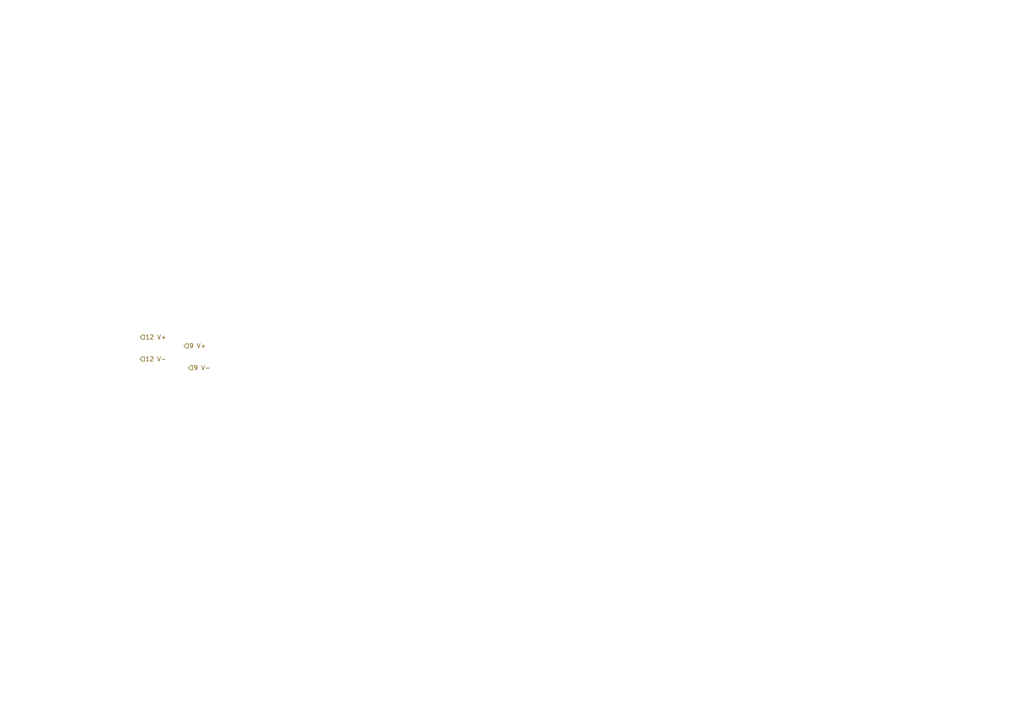
<source format=kicad_sch>
(kicad_sch
	(version 20250114)
	(generator "eeschema")
	(generator_version "9.0")
	(uuid "4ab26add-6de2-4b00-9b1f-fd46971d716c")
	(paper "A4")
	(lib_symbols)
	(hierarchical_label "12 V+"
		(shape input)
		(at 40.64 97.79 0)
		(effects
			(font
				(size 1.27 1.27)
			)
			(justify left)
		)
		(uuid "11a42135-f49a-4b39-bc74-2ba7142701e6")
	)
	(hierarchical_label "9 V-"
		(shape input)
		(at 54.61 106.68 0)
		(effects
			(font
				(size 1.27 1.27)
			)
			(justify left)
		)
		(uuid "3aa1cf2a-97b5-4c74-bc13-9aba9c92ae71")
	)
	(hierarchical_label "12 V-"
		(shape input)
		(at 40.64 104.14 0)
		(effects
			(font
				(size 1.27 1.27)
			)
			(justify left)
		)
		(uuid "4d38a668-1ec8-42ac-a5a6-d3870eaebbd7")
	)
	(hierarchical_label "9 V+"
		(shape input)
		(at 53.34 100.33 0)
		(effects
			(font
				(size 1.27 1.27)
			)
			(justify left)
		)
		(uuid "bf6eccd6-1a59-4eaf-b8e4-c095321b723d")
	)
)

</source>
